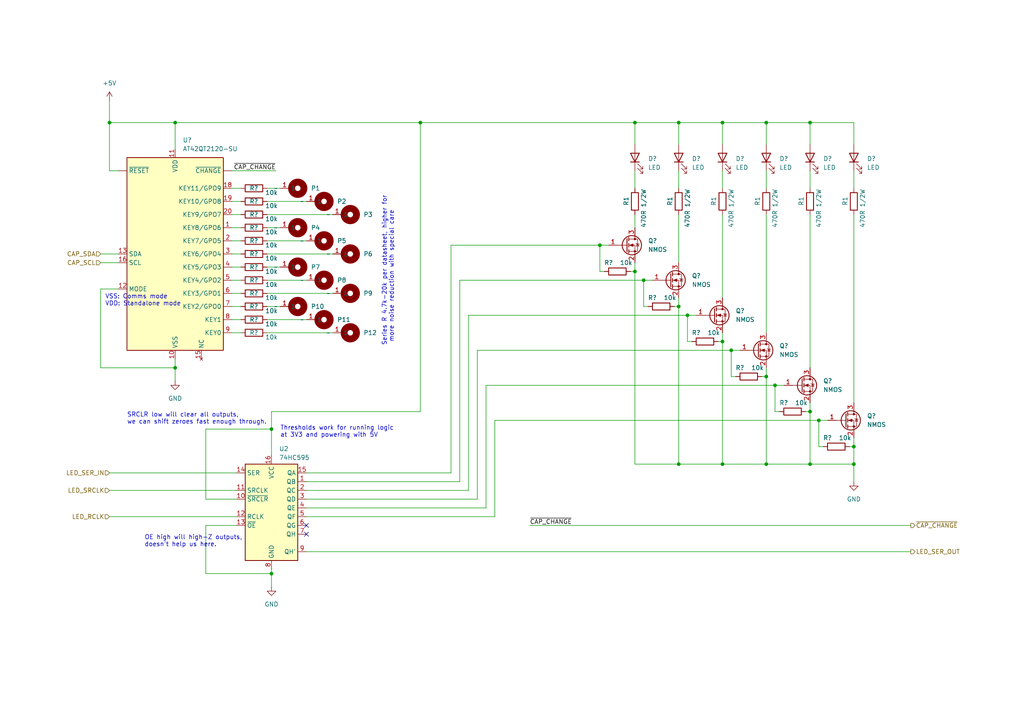
<source format=kicad_sch>
(kicad_sch (version 20230121) (generator eeschema)
  (paper "A4")
  (lib_symbols
    (symbol "74xx:74HC595"
      (property "Reference" "U" (at -7.62 13.97 0))
      (property "Value" "74HC595" (at -7.62 -16.51 0))
      (symbol "74HC595_1_0"
        (pin tri_state line (at 10.16 7.62 180) (length 2.54) (name "QB") (number "1"))
        (pin input line (at -10.16 2.54 0) (length 2.54) (name "~{SRCLR}") (number "10"))
        (pin input line (at -10.16 5.08 0) (length 2.54) (name "SRCLK") (number "11"))
        (pin input line (at -10.16 -2.54 0) (length 2.54) (name "RCLK") (number "12"))
        (pin input line (at -10.16 -5.08 0) (length 2.54) (name "~{OE}") (number "13"))
        (pin input line (at -10.16 10.16 0) (length 2.54) (name "SER") (number "14"))
        (pin tri_state line (at 10.16 10.16 180) (length 2.54) (name "QA") (number "15"))
        (pin power_in line (at 0 15.24 270) (length 2.54) (name "VCC") (number "16"))
        (pin tri_state line (at 10.16 5.08 180) (length 2.54) (name "QC") (number "2"))
        (pin tri_state line (at 10.16 2.54 180) (length 2.54) (name "QD") (number "3"))
        (pin tri_state line (at 10.16 0 180) (length 2.54) (name "QE") (number "4"))
        (pin tri_state line (at 10.16 -2.54 180) (length 2.54) (name "QF") (number "5"))
        (pin tri_state line (at 10.16 -5.08 180) (length 2.54) (name "QG") (number "6"))
        (pin tri_state line (at 10.16 -7.62 180) (length 2.54) (name "QH") (number "7"))
        (pin power_in line (at 0 -17.78 90) (length 2.54) (name "GND") (number "8"))
        (pin output line (at 10.16 -12.7 180) (length 2.54) (name "QH'") (number "9"))
      )
      (symbol "74HC595_1_1"
        (rectangle (start -7.62 12.7) (end 7.62 -15.24) (stroke (width 0.254)) (fill (type background)))
      )
    )
    (symbol "Device:LED" (pin_numbers hide) (pin_names (offset 1.016) hide)
      (property "Reference" "D" (at 0 2.54 0))
      (property "Value" "LED" (at 0 -2.54 0))
      (symbol "LED_0_1"
        (polyline (pts (xy -1.27 -1.27) (xy -1.27 1.27)) (stroke (width 0.254)))
        (polyline (pts (xy -1.27 0) (xy 1.27 0)))
        (polyline (pts (xy 1.27 -1.27) (xy 1.27 1.27) (xy -1.27 0) (xy 1.27 -1.27)) (stroke (width 0.254)))
        (polyline (pts (xy -3.048 -0.762) (xy -4.572 -2.286) (xy -3.81 -2.286) (xy -4.572 -2.286) (xy -4.572 -1.524)))
        (polyline (pts (xy -1.778 -0.762) (xy -3.302 -2.286) (xy -2.54 -2.286) (xy -3.302 -2.286) (xy -3.302 -1.524)))
      )
      (symbol "LED_1_1"
        (pin passive line (at -3.81 0 0) (length 2.54) (name "K") (number "1"))
        (pin passive line (at 3.81 0 180) (length 2.54) (name "A") (number "2"))
      )
    )
    (symbol "Device:Q_NMOS_GSD" (pin_names (offset 0) hide)
      (property "Reference" "Q" (at 5.08 1.27 0))
      (property "Value" "Q_NMOS_GSD" (at 5.08 -1.27 0))
      (symbol "Q_NMOS_GSD_0_1"
        (polyline (pts (xy 0.254 0) (xy -2.54 0)))
        (polyline (pts (xy 0.254 1.905) (xy 0.254 -1.905)) (stroke (width 0.254)))
        (polyline (pts (xy 0.762 -1.27) (xy 0.762 -2.286)) (stroke (width 0.254)))
        (polyline (pts (xy 0.762 0.508) (xy 0.762 -0.508)) (stroke (width 0.254)))
        (polyline (pts (xy 0.762 2.286) (xy 0.762 1.27)) (stroke (width 0.254)))
        (polyline (pts (xy 2.54 2.54) (xy 2.54 1.778)))
        (polyline (pts (xy 2.54 -2.54) (xy 2.54 0) (xy 0.762 0)))
        (polyline (pts (xy 0.762 -1.778) (xy 3.302 -1.778) (xy 3.302 1.778) (xy 0.762 1.778)))
        (polyline (pts (xy 1.016 0) (xy 2.032 0.381) (xy 2.032 -0.381) (xy 1.016 0)) (fill (type outline)))
        (polyline (pts (xy 2.794 0.508) (xy 2.921 0.381) (xy 3.683 0.381) (xy 3.81 0.254)))
        (polyline (pts (xy 3.302 0.381) (xy 2.921 -0.254) (xy 3.683 -0.254) (xy 3.302 0.381)))
        (circle (center 1.651 0) (radius 2.794) (stroke (width 0.254)))
        (circle (center 2.54 -1.778) (radius 0.254) (fill (type outline)))
        (circle (center 2.54 1.778) (radius 0.254) (fill (type outline)))
      )
      (symbol "Q_NMOS_GSD_1_1"
        (pin input line (at -5.08 0 0) (length 2.54) (name "G") (number "1"))
        (pin passive line (at 2.54 -5.08 90) (length 2.54) (name "S") (number "2"))
        (pin passive line (at 2.54 5.08 270) (length 2.54) (name "D") (number "3"))
      )
    )
    (symbol "Device:R" (pin_numbers hide) (pin_names (offset 0))
      (property "Reference" "R" (at 2.032 0 90))
      (property "Value" "R" (at 0 0 90))
      (symbol "R_0_1"
        (rectangle (start -1.016 -2.54) (end 1.016 2.54) (stroke (width 0.254)))
      )
      (symbol "R_1_1"
        (pin passive line (at 0 3.81 270) (length 1.27) (name "~") (number "1"))
        (pin passive line (at 0 -3.81 90) (length 1.27) (name "~") (number "2"))
      )
    )
    (symbol "Sensor_Touch:AT42QT2120-SU"
      (property "Reference" "U" (at 10.16 38.1 0))
      (property "Value" "AT42QT2120-SU" (at 15.24 -16.51 0))
      (symbol "AT42QT2120-SU_1_1"
        (rectangle (start 13.97 40.64) (end 41.91 -15.24) (stroke (width 0.254)) (fill (type background)))
        (pin output line (at 44.45 36.83 180) (length 2.54) (name "~{CHANGE}") (number ""))
        (pin input line (at 11.43 36.83 0) (length 2.54) (name "~{RESET}") (number ""))
        (pin bidirectional line (at 44.45 20.32 180) (length 2.54) (name "KEY8/GPO6") (number "1"))
        (pin power_in line (at 27.94 -17.78 90) (length 2.54) (name "VSS") (number "10"))
        (pin power_in line (at 27.94 43.18 270) (length 2.54) (name "VDD") (number "11"))
        (pin input line (at 11.43 2.54 0) (length 2.54) (name "MODE") (number "12"))
        (pin bidirectional line (at 11.43 12.7 0) (length 2.54) (name "SDA") (number "13"))
        (pin no_connect line (at 35.56 -17.78 90) (length 2.54) (name "NC") (number "15"))
        (pin bidirectional line (at 11.43 10.16 0) (length 2.54) (name "SCL") (number "16"))
        (pin bidirectional line (at 44.45 31.75 180) (length 2.54) (name "KEY11/GPO9") (number "18"))
        (pin bidirectional line (at 44.45 27.94 180) (length 2.54) (name "KEY10/GPO8") (number "19"))
        (pin bidirectional line (at 44.45 16.51 180) (length 2.54) (name "KEY7/GPO5") (number "2"))
        (pin bidirectional line (at 44.45 24.13 180) (length 2.54) (name "KEY9/GPO7") (number "20"))
        (pin bidirectional line (at 44.45 12.7 180) (length 2.54) (name "KEY6/GPO4") (number "3"))
        (pin bidirectional line (at 44.45 8.89 180) (length 2.54) (name "KEY5/GPO3") (number "4"))
        (pin bidirectional line (at 44.45 5.08 180) (length 2.54) (name "KEY4/GPO2") (number "5"))
        (pin bidirectional line (at 44.45 1.27 180) (length 2.54) (name "KEY3/GPO1") (number "6"))
        (pin bidirectional line (at 44.45 -2.54 180) (length 2.54) (name "KEY2/GPO0") (number "7"))
        (pin bidirectional line (at 44.45 -6.35 180) (length 2.54) (name "KEY1") (number "8"))
        (pin bidirectional line (at 44.45 -10.16 180) (length 2.54) (name "KEY0") (number "9"))
      )
    )
    (symbol "Sensor_Touch:Single_LED_Touch_Key"
      (property "Reference" "P" (at 2.54 3.81 0))
      (symbol "Single_LED_Touch_Key_1_1"
        (circle (center 0 0) (radius 1.7961) (stroke (width 2)))
        (pin bidirectional line (at -5.08 0 0) (length 2.54) (name "1") (number "1"))
      )
    )
    (symbol "power:+5V" (power) (pin_names (offset 0))
      (property "Value" "+5V" (at 0 3.556 0))
      (symbol "+5V_0_1"
        (polyline (pts (xy -0.762 1.27) (xy 0 2.54)))
        (polyline (pts (xy 0 0) (xy 0 2.54)))
        (polyline (pts (xy 0 2.54) (xy 0.762 1.27)))
      )
      (symbol "+5V_1_1"
        (pin power_in line (at 0 0 90) (length 0) hide (name "+5V") (number "1"))
      )
    )
    (symbol "power:GND" (power) (pin_names (offset 0))
      (property "Value" "GND" (at 0 -3.81 0))
      (symbol "GND_0_1"
        (polyline (pts (xy 0 0) (xy 0 -1.27) (xy 1.27 -1.27) (xy 0 -2.54) (xy -1.27 -1.27) (xy 0 -1.27)))
      )
      (symbol "GND_1_1"
        (pin power_in line (at 0 0 270) (length 0) hide (name "GND") (number "1"))
      )
    )
  )
  (junction (at 78.74 166.37))
  (junction (at 78.74 124.46))
  (junction (at 209.55 134.62))
  (junction (at 199.39 91.44))
  (junction (at 121.92 35.56))
  (junction (at 186.69 81.28))
  (junction (at 184.15 35.56))
  (junction (at 209.55 99.06))
  (junction (at 31.75 35.56))
  (junction (at 184.15 78.74))
  (junction (at 224.79 111.76))
  (junction (at 247.65 129.54))
  (junction (at 50.8 106.68))
  (junction (at 237.49 121.92))
  (junction (at 247.65 134.62))
  (junction (at 196.85 35.56))
  (junction (at 234.95 35.56))
  (junction (at 212.09 101.6))
  (junction (at 209.55 35.56))
  (junction (at 222.25 35.56))
  (junction (at 50.8 35.56))
  (junction (at 196.85 134.62))
  (junction (at 173.99 71.12))
  (junction (at 222.25 134.62))
  (junction (at 234.95 134.62))
  (junction (at 222.25 109.22))
  (junction (at 234.95 119.38))
  (junction (at 196.85 88.9))
  (no_connect (at 88.9 154.94))
  (no_connect (at 88.9 152.4))
  (wire (pts (xy 59.69 124.46) (xy 78.74 124.46)))
  (wire (pts (xy 222.25 35.56) (xy 222.25 41.91)))
  (wire (pts (xy 67.31 96.52) (xy 69.85 96.52)))
  (wire (pts (xy 226.06 119.38) (xy 224.79 119.38)))
  (wire (pts (xy 140.97 147.32) (xy 140.97 111.76)))
  (wire (pts (xy 182.88 78.74) (xy 184.15 78.74)))
  (wire (pts (xy 173.99 71.12) (xy 176.53 71.12)))
  (wire (pts (xy 77.47 62.23) (xy 96.52 62.23)))
  (wire (pts (xy 135.89 91.44) (xy 199.39 91.44)))
  (wire (pts (xy 184.15 134.62) (xy 196.85 134.62)))
  (wire (pts (xy 195.58 88.9) (xy 196.85 88.9)))
  (wire (pts (xy 50.8 104.14) (xy 50.8 106.68)))
  (wire (pts (xy 234.95 116.84) (xy 234.95 119.38)))
  (wire (pts (xy 209.55 35.56) (xy 222.25 35.56)))
  (wire (pts (xy 88.9 160.02) (xy 264.16 160.02)))
  (wire (pts (xy 31.75 49.53) (xy 31.75 35.56)))
  (wire (pts (xy 133.35 139.7) (xy 88.9 139.7)))
  (wire (pts (xy 222.25 62.23) (xy 222.25 96.52)))
  (wire (pts (xy 138.43 101.6) (xy 138.43 144.78)))
  (wire (pts (xy 199.39 99.06) (xy 199.39 91.44)))
  (wire (pts (xy 50.8 106.68) (xy 50.8 110.49)))
  (wire (pts (xy 133.35 81.28) (xy 186.69 81.28)))
  (wire (pts (xy 31.75 137.16) (xy 68.58 137.16)))
  (wire (pts (xy 153.67 152.4) (xy 264.16 152.4)))
  (wire (pts (xy 209.55 99.06) (xy 209.55 134.62)))
  (wire (pts (xy 246.38 129.54) (xy 247.65 129.54)))
  (wire (pts (xy 77.47 85.09) (xy 96.52 85.09)))
  (wire (pts (xy 77.47 88.9) (xy 81.28 88.9)))
  (wire (pts (xy 88.9 147.32) (xy 140.97 147.32)))
  (wire (pts (xy 175.26 78.74) (xy 173.99 78.74)))
  (wire (pts (xy 209.55 35.56) (xy 209.55 41.91)))
  (wire (pts (xy 247.65 127) (xy 247.65 129.54)))
  (wire (pts (xy 196.85 35.56) (xy 196.85 41.91)))
  (wire (pts (xy 222.25 106.68) (xy 222.25 109.22)))
  (wire (pts (xy 88.9 142.24) (xy 135.89 142.24)))
  (wire (pts (xy 199.39 91.44) (xy 201.93 91.44)))
  (wire (pts (xy 209.55 134.62) (xy 222.25 134.62)))
  (wire (pts (xy 222.25 109.22) (xy 222.25 134.62)))
  (wire (pts (xy 67.31 92.71) (xy 69.85 92.71)))
  (wire (pts (xy 67.31 66.04) (xy 69.85 66.04)))
  (wire (pts (xy 138.43 101.6) (xy 212.09 101.6)))
  (wire (pts (xy 31.75 149.86) (xy 68.58 149.86)))
  (wire (pts (xy 184.15 62.23) (xy 184.15 66.04)))
  (wire (pts (xy 121.92 35.56) (xy 184.15 35.56)))
  (wire (pts (xy 138.43 144.78) (xy 88.9 144.78)))
  (wire (pts (xy 77.47 92.71) (xy 88.9 92.71)))
  (wire (pts (xy 50.8 43.18) (xy 50.8 35.56)))
  (wire (pts (xy 222.25 134.62) (xy 234.95 134.62)))
  (wire (pts (xy 233.68 119.38) (xy 234.95 119.38)))
  (wire (pts (xy 67.31 81.28) (xy 69.85 81.28)))
  (wire (pts (xy 209.55 62.23) (xy 209.55 86.36)))
  (wire (pts (xy 237.49 129.54) (xy 237.49 121.92)))
  (wire (pts (xy 59.69 144.78) (xy 59.69 124.46)))
  (wire (pts (xy 78.74 165.1) (xy 78.74 166.37)))
  (wire (pts (xy 173.99 78.74) (xy 173.99 71.12)))
  (wire (pts (xy 234.95 35.56) (xy 247.65 35.56)))
  (wire (pts (xy 196.85 86.36) (xy 196.85 88.9)))
  (wire (pts (xy 222.25 35.56) (xy 234.95 35.56)))
  (wire (pts (xy 212.09 109.22) (xy 212.09 101.6)))
  (wire (pts (xy 67.31 62.23) (xy 69.85 62.23)))
  (wire (pts (xy 184.15 35.56) (xy 184.15 41.91)))
  (wire (pts (xy 234.95 134.62) (xy 247.65 134.62)))
  (wire (pts (xy 78.74 124.46) (xy 78.74 132.08)))
  (wire (pts (xy 121.92 35.56) (xy 121.92 119.38)))
  (wire (pts (xy 184.15 35.56) (xy 196.85 35.56)))
  (wire (pts (xy 247.65 139.7) (xy 247.65 134.62)))
  (wire (pts (xy 184.15 49.53) (xy 184.15 54.61)))
  (wire (pts (xy 78.74 119.38) (xy 78.74 124.46)))
  (wire (pts (xy 196.85 134.62) (xy 209.55 134.62)))
  (wire (pts (xy 77.47 96.52) (xy 96.52 96.52)))
  (wire (pts (xy 209.55 49.53) (xy 209.55 54.61)))
  (wire (pts (xy 143.51 149.86) (xy 88.9 149.86)))
  (wire (pts (xy 77.47 66.04) (xy 81.28 66.04)))
  (wire (pts (xy 196.85 62.23) (xy 196.85 76.2)))
  (wire (pts (xy 200.66 99.06) (xy 199.39 99.06)))
  (wire (pts (xy 220.98 109.22) (xy 222.25 109.22)))
  (wire (pts (xy 29.21 83.82) (xy 29.21 106.68)))
  (wire (pts (xy 34.29 49.53) (xy 31.75 49.53)))
  (wire (pts (xy 247.65 49.53) (xy 247.65 54.61)))
  (wire (pts (xy 143.51 121.92) (xy 143.51 149.86)))
  (wire (pts (xy 186.69 88.9) (xy 186.69 81.28)))
  (wire (pts (xy 238.76 129.54) (xy 237.49 129.54)))
  (wire (pts (xy 67.31 54.61) (xy 69.85 54.61)))
  (wire (pts (xy 50.8 35.56) (xy 121.92 35.56)))
  (wire (pts (xy 77.47 77.47) (xy 81.28 77.47)))
  (wire (pts (xy 67.31 69.85) (xy 69.85 69.85)))
  (wire (pts (xy 67.31 85.09) (xy 69.85 85.09)))
  (wire (pts (xy 234.95 35.56) (xy 234.95 41.91)))
  (wire (pts (xy 186.69 81.28) (xy 189.23 81.28)))
  (wire (pts (xy 77.47 69.85) (xy 88.9 69.85)))
  (wire (pts (xy 67.31 73.66) (xy 69.85 73.66)))
  (wire (pts (xy 184.15 76.2) (xy 184.15 78.74)))
  (wire (pts (xy 196.85 88.9) (xy 196.85 134.62)))
  (wire (pts (xy 31.75 35.56) (xy 50.8 35.56)))
  (wire (pts (xy 31.75 29.21) (xy 31.75 35.56)))
  (wire (pts (xy 140.97 111.76) (xy 224.79 111.76)))
  (wire (pts (xy 212.09 101.6) (xy 214.63 101.6)))
  (wire (pts (xy 77.47 54.61) (xy 81.28 54.61)))
  (wire (pts (xy 209.55 96.52) (xy 209.55 99.06)))
  (wire (pts (xy 31.75 142.24) (xy 68.58 142.24)))
  (wire (pts (xy 187.96 88.9) (xy 186.69 88.9)))
  (wire (pts (xy 224.79 111.76) (xy 227.33 111.76)))
  (wire (pts (xy 77.47 81.28) (xy 88.9 81.28)))
  (wire (pts (xy 67.31 88.9) (xy 69.85 88.9)))
  (wire (pts (xy 68.58 152.4) (xy 59.69 152.4)))
  (wire (pts (xy 59.69 166.37) (xy 78.74 166.37)))
  (wire (pts (xy 34.29 83.82) (xy 29.21 83.82)))
  (wire (pts (xy 88.9 137.16) (xy 130.81 137.16)))
  (wire (pts (xy 224.79 119.38) (xy 224.79 111.76)))
  (wire (pts (xy 130.81 71.12) (xy 173.99 71.12)))
  (wire (pts (xy 234.95 119.38) (xy 234.95 134.62)))
  (wire (pts (xy 68.58 144.78) (xy 59.69 144.78)))
  (wire (pts (xy 29.21 76.2) (xy 34.29 76.2)))
  (wire (pts (xy 196.85 49.53) (xy 196.85 54.61)))
  (wire (pts (xy 234.95 62.23) (xy 234.95 106.68)))
  (wire (pts (xy 77.47 73.66) (xy 96.52 73.66)))
  (wire (pts (xy 247.65 129.54) (xy 247.65 134.62)))
  (wire (pts (xy 222.25 49.53) (xy 222.25 54.61)))
  (wire (pts (xy 130.81 137.16) (xy 130.81 71.12)))
  (wire (pts (xy 234.95 49.53) (xy 234.95 54.61)))
  (wire (pts (xy 184.15 78.74) (xy 184.15 134.62)))
  (wire (pts (xy 67.31 49.53) (xy 80.01 49.53)))
  (wire (pts (xy 135.89 142.24) (xy 135.89 91.44)))
  (wire (pts (xy 208.28 99.06) (xy 209.55 99.06)))
  (wire (pts (xy 67.31 58.42) (xy 69.85 58.42)))
  (wire (pts (xy 247.65 62.23) (xy 247.65 116.84)))
  (wire (pts (xy 121.92 119.38) (xy 78.74 119.38)))
  (wire (pts (xy 67.31 77.47) (xy 69.85 77.47)))
  (wire (pts (xy 196.85 35.56) (xy 209.55 35.56)))
  (wire (pts (xy 143.51 121.92) (xy 237.49 121.92)))
  (wire (pts (xy 59.69 152.4) (xy 59.69 166.37)))
  (wire (pts (xy 133.35 81.28) (xy 133.35 139.7)))
  (wire (pts (xy 29.21 106.68) (xy 50.8 106.68)))
  (wire (pts (xy 29.21 73.66) (xy 34.29 73.66)))
  (wire (pts (xy 213.36 109.22) (xy 212.09 109.22)))
  (wire (pts (xy 78.74 166.37) (xy 78.74 170.18)))
  (wire (pts (xy 77.47 58.42) (xy 88.9 58.42)))
  (wire (pts (xy 247.65 35.56) (xy 247.65 41.91)))
  (wire (pts (xy 237.49 121.92) (xy 240.03 121.92)))
  (text "Series R 4.7k-20k per datasheet, higher for\n more noise reduction with special care" (at 114.3 100.33 90) (effects (font (size 1.27 1.27)) (justify left bottom)))
  (text "SRCLR low will clear all outputs,\nwe can shift zeroes fast enough through." (at 36.83 123.19 0) (effects (font (size 1.27 1.27)) (justify left bottom)))
  (text "Thresholds work for running logic\nat 3V3 and powering with 5V" (at 81.28 127 0) (effects (font (size 1.27 1.27)) (justify left bottom)))
  (text "VSS: Comms mode\nVDD: Standalone mode" (at 30.48 88.9 0) (effects (font (size 1.27 1.27)) (justify left bottom)))
  (text "OE high will high-Z outputs,\ndoesn't help us here." (at 41.91 158.75 0) (effects (font (size 1.27 1.27)) (justify left bottom)))
  (label "~{CAP_CHANGE}" (at 80.01 49.53 180))
  (label "~{CAP_CHANGE}" (at 153.67 152.4 0))
  (hierarchical_label "CAP_SDA" (shape input) (at 29.21 73.66 180))
  (hierarchical_label "LED_SER_OUT" (shape output) (at 264.16 160.02 0))
  (hierarchical_label "LED_RCLK" (shape input) (at 31.75 149.86 180))
  (hierarchical_label "CAP_SCL" (shape input) (at 29.21 76.2 180))
  (hierarchical_label "~{CAP_CHANGE}" (shape output) (at 264.16 152.4 0))
  (hierarchical_label "LED_SRCLK" (shape input) (at 31.75 142.24 180))
  (hierarchical_label "LED_SER_IN" (shape input) (at 31.75 137.16 180))
  (symbol (lib_id "Device:R") (at 229.87 119.38 90) (unit 1)
    (property "Reference" "R?" (at 227.33 116.84 90))
    (property "Value" "10k" (at 232.41 116.84 90))
    (property "Footprint" "Resistor_SMD:R_0603_1608Metric" (effects hide))
    (instances (project "button-board" (path "" (reference "R?") (unit 1)) (path "" (reference "R49") (unit 1)) (path "" (reference "R58") (unit 1)) (path "" (reference "R30") (unit 1))))
  )
  (symbol (lib_id "Device:R") (at 196.85 58.42 0) (unit 1)
    (property "Reference" "R1" (at 194.31 59.69 90) (effects (justify left)))
    (property "Value" "470R 1/2W" (at 199.39 66.04 90) (effects (justify left)))
    (property "Footprint" "Resistor_SMD:R_1206_3216Metric" (effects hide))
    (property "MPN" "ERJ-P08J471V" (effects hide))
    (property "Link" "https://www.digikey.de/en/products/detail/panasonic-electronic-components/ERJ-P08J471V/525396" (effects hide))
    (instances (project "button-board" (path "" (reference "R1") (unit 1)) (path "" (reference "R8") (unit 1)) (path "" (reference "R36") (unit 1)) (path "" (reference "R3") (unit 1))))
  )
  (symbol (lib_id "Device:Q_NMOS_GSD") (at 232.41 111.76 0) (unit 1)
    (property "Reference" "Q?" (at 238.76 110.49 0) (effects (justify left)))
    (property "Value" "NMOS" (at 238.76 113.03 0) (effects (justify left)))
    (property "Footprint" "Package_TO_SOT_SMD:TSOT-23" (effects hide))
    (property "Link" "https://www.digikey.de/en/products/detail/anbon-semiconductor-int-l-limited/AS2302/16708469" (effects hide))
    (property "MPN" "AS2302" (effects hide))
    (instances (project "button-board" (path "" (reference "Q?") (unit 1)) (path "" (reference "Q5") (unit 1)) (path "" (reference "Q17") (unit 1)) (path "" (reference "Q11") (unit 1))))
  )
  (symbol (lib_id "Sensor_Touch:Single_LED_Touch_Key") (at 101.6 85.09 0) (unit 1)
    (property "Reference" "P9" (at 105.41 85.09 0) (effects (justify left)))
    (property "Value" "~" (at 95.25 85.09 0))
    (property "Footprint" "Button_Switch_SMD:Cap_Touch_Ring_Medium" (effects hide))
    (instances (project "button-board" (path "" (reference "P9") (unit 1)) (path "" (reference "P33") (unit 1)) (path "" (reference "P21") (unit 1))))
  )
  (symbol (lib_id "Device:R") (at 242.57 129.54 90) (unit 1)
    (property "Reference" "R?" (at 240.03 127 90))
    (property "Value" "10k" (at 245.11 127 90))
    (property "Footprint" "Resistor_SMD:R_0603_1608Metric" (effects hide))
    (instances (project "button-board" (path "" (reference "R?") (unit 1)) (path "" (reference "R64") (unit 1)) (path "" (reference "R59") (unit 1)) (path "" (reference "R31") (unit 1))))
  )
  (symbol (lib_id "Device:R") (at 204.47 99.06 90) (unit 1)
    (property "Reference" "R?" (at 201.93 96.52 90))
    (property "Value" "10k" (at 207.01 96.52 90))
    (property "Footprint" "Resistor_SMD:R_0603_1608Metric" (effects hide))
    (instances (project "button-board" (path "" (reference "R?") (unit 1)) (path "" (reference "R19") (unit 1)) (path "" (reference "R56") (unit 1)) (path "" (reference "R28") (unit 1))))
  )
  (symbol (lib_id "Device:LED") (at 222.25 45.72 90) (unit 1)
    (property "Reference" "D?" (at 226.06 46.0375 90) (effects (justify right)))
    (property "Value" "LED" (at 226.06 48.5775 90) (effects (justify right)))
    (property "Footprint" "LED_SMD:LED_SunLED_XZ_Reverse_Mount" (effects hide))
    (instances (project "button-board" (path "" (reference "D?") (unit 1)) (path "" (reference "D4") (unit 1)) (path "" (reference "D16") (unit 1)) (path "" (reference "D10") (unit 1))))
  )
  (symbol (lib_id "Device:R") (at 73.66 73.66 90) (unit 1)
    (property "Reference" "R?" (at 73.66 73.66 90))
    (property "Value" "10k" (at 78.74 74.93 90))
    (property "Footprint" "Resistor_SMD:R_0603_1608Metric" (effects hide))
    (instances (project "button-board" (path "" (reference "R?") (unit 1)) (path "" (reference "R109") (unit 1)) (path "" (reference "R45") (unit 1)) (path "" (reference "R17") (unit 1))))
  )
  (symbol (lib_id "74xx:74HC595") (at 78.74 147.32 0) (unit 1)
    (property "Reference" "U2" (at 80.9341 130.175 0) (effects (justify left)))
    (property "Value" "74HC595" (at 80.9341 132.715 0) (effects (justify left)))
    (property "Footprint" "Package_SO:TSSOP-16_4.4x5mm_P0.65mm" (effects hide))
    (property "Datasheet" "http://www.ti.com/lit/ds/symlink/sn74hc595.pdf" (effects hide))
    (property "Link" "https://www.digikey.de/en/products/detail/nexperia-usa-inc/74HC595PW-118/946653" (effects hide))
    (property "MPN" "74HC595PW,118" (effects hide))
    (instances (project "button-board" (path "" (reference "U2") (unit 1)) (path "" (reference "U?") (unit 1)) (path "" (reference "U8") (unit 1)) (path "" (reference "U6") (unit 1)) (path "" (reference "U4") (unit 1))))
  )
  (symbol (lib_id "Device:R") (at 73.66 66.04 90) (unit 1)
    (property "Reference" "R?" (at 73.66 66.04 90))
    (property "Value" "10k" (at 78.74 67.31 90))
    (property "Footprint" "Resistor_SMD:R_0603_1608Metric" (effects hide))
    (instances (project "button-board" (path "" (reference "R?") (unit 1)) (path "" (reference "R107") (unit 1)) (path "" (reference "R43") (unit 1)) (path "" (reference "R15") (unit 1))))
  )
  (symbol (lib_id "Sensor_Touch:Single_LED_Touch_Key") (at 86.36 77.47 0) (unit 1)
    (property "Reference" "P7" (at 90.17 77.47 0) (effects (justify left)))
    (property "Value" "~" (at 80.01 77.47 0))
    (property "Footprint" "Button_Switch_SMD:Cap_Touch_Ring_Medium" (effects hide))
    (instances (project "button-board" (path "" (reference "P7") (unit 1)) (path "" (reference "P31") (unit 1)) (path "" (reference "P19") (unit 1))))
  )
  (symbol (lib_id "Device:R") (at 184.15 58.42 0) (unit 1)
    (property "Reference" "R1" (at 181.61 59.69 90) (effects (justify left)))
    (property "Value" "470R 1/2W" (at 186.69 66.04 90) (effects (justify left)))
    (property "Footprint" "Resistor_SMD:R_1206_3216Metric" (effects hide))
    (property "MPN" "ERJ-P08J471V" (effects hide))
    (property "Link" "https://www.digikey.de/en/products/detail/panasonic-electronic-components/ERJ-P08J471V/525396" (effects hide))
    (instances (project "button-board" (path "" (reference "R1") (unit 1)) (path "" (reference "R7") (unit 1)) (path "" (reference "R36") (unit 1)) (path "" (reference "R3") (unit 1))))
  )
  (symbol (lib_id "Device:R") (at 73.66 54.61 90) (unit 1)
    (property "Reference" "R?" (at 73.66 54.61 90))
    (property "Value" "10k" (at 78.74 55.88 90))
    (property "Footprint" "Resistor_SMD:R_0603_1608Metric" (effects hide))
    (instances (project "button-board" (path "" (reference "R?") (unit 1)) (path "" (reference "R73") (unit 1)) (path "" (reference "R32") (unit 1)) (path "" (reference "R5") (unit 1))))
  )
  (symbol (lib_id "Sensor_Touch:Single_LED_Touch_Key") (at 101.6 73.66 0) (unit 1)
    (property "Reference" "P6" (at 105.41 73.66 0) (effects (justify left)))
    (property "Value" "~" (at 95.25 73.66 0))
    (property "Footprint" "Button_Switch_SMD:Cap_Touch_Ring_Medium" (effects hide))
    (instances (project "button-board" (path "" (reference "P6") (unit 1)) (path "" (reference "P30") (unit 1)) (path "" (reference "P18") (unit 1))))
  )
  (symbol (lib_id "power:+5V") (at 31.75 29.21 0) (unit 1)
    (property "Reference" "#PWR?" (effects hide))
    (property "Value" "+5V" (at 31.75 24.13 0))
    (instances (project "button-board" (path "" (reference "#PWR?") (unit 1)) (path "" (reference "#PWR03") (unit 1)) (path "" (reference "#PWR010") (unit 1)) (path "" (reference "#PWR06") (unit 1))))
  )
  (symbol (lib_id "Device:R") (at 73.66 69.85 90) (unit 1)
    (property "Reference" "R?" (at 73.66 69.85 90))
    (property "Value" "10k" (at 78.74 71.12 90))
    (property "Footprint" "Resistor_SMD:R_0603_1608Metric" (effects hide))
    (instances (project "button-board" (path "" (reference "R?") (unit 1)) (path "" (reference "R108") (unit 1)) (path "" (reference "R44") (unit 1)) (path "" (reference "R16") (unit 1))))
  )
  (symbol (lib_id "Device:R") (at 73.66 85.09 90) (unit 1)
    (property "Reference" "R?" (at 73.66 85.09 90))
    (property "Value" "10k" (at 78.74 86.36 90))
    (property "Footprint" "Resistor_SMD:R_0603_1608Metric" (effects hide))
    (instances (project "button-board" (path "" (reference "R?") (unit 1)) (path "" (reference "R133") (unit 1)) (path "" (reference "R51") (unit 1)) (path "" (reference "R23") (unit 1))))
  )
  (symbol (lib_id "Sensor_Touch:Single_LED_Touch_Key") (at 93.98 58.42 0) (unit 1)
    (property "Reference" "P2" (at 97.79 58.42 0) (effects (justify left)))
    (property "Value" "~" (at 87.63 58.42 0))
    (property "Footprint" "Button_Switch_SMD:Cap_Touch_Ring_Medium" (effects hide))
    (instances (project "button-board" (path "" (reference "P2") (unit 1)) (path "" (reference "P26") (unit 1)) (path "" (reference "P14") (unit 1))))
  )
  (symbol (lib_id "Sensor_Touch:Single_LED_Touch_Key") (at 86.36 66.04 0) (unit 1)
    (property "Reference" "P4" (at 90.17 66.04 0) (effects (justify left)))
    (property "Value" "~" (at 80.01 66.04 0))
    (property "Footprint" "Button_Switch_SMD:Cap_Touch_Ring_Medium" (effects hide))
    (instances (project "button-board" (path "" (reference "P4") (unit 1)) (path "" (reference "P28") (unit 1)) (path "" (reference "P16") (unit 1))))
  )
  (symbol (lib_id "Sensor_Touch:Single_LED_Touch_Key") (at 86.36 54.61 0) (unit 1)
    (property "Reference" "P1" (at 90.17 54.61 0) (effects (justify left)))
    (property "Value" "~" (at 80.01 54.61 0))
    (property "Footprint" "Button_Switch_SMD:Cap_Touch_Ring_Medium" (effects hide))
    (instances (project "button-board" (path "" (reference "P1") (unit 1)) (path "" (reference "P25") (unit 1)) (path "" (reference "P13") (unit 1))))
  )
  (symbol (lib_id "Device:R") (at 179.07 78.74 90) (unit 1)
    (property "Reference" "R?" (at 176.53 76.2 90))
    (property "Value" "10k" (at 181.61 76.2 90))
    (property "Footprint" "Resistor_SMD:R_0603_1608Metric" (effects hide))
    (instances (project "button-board" (path "" (reference "R?") (unit 1)) (path "" (reference "R1") (unit 1)) (path "" (reference "R47") (unit 1)) (path "" (reference "R21") (unit 1))))
  )
  (symbol (lib_id "Device:R") (at 73.66 81.28 90) (unit 1)
    (property "Reference" "R?" (at 73.66 81.28 90))
    (property "Value" "10k" (at 78.74 82.55 90))
    (property "Footprint" "Resistor_SMD:R_0603_1608Metric" (effects hide))
    (instances (project "button-board" (path "" (reference "R?") (unit 1)) (path "" (reference "R132") (unit 1)) (path "" (reference "R48") (unit 1)) (path "" (reference "R22") (unit 1))))
  )
  (symbol (lib_id "Device:Q_NMOS_GSD") (at 245.11 121.92 0) (unit 1)
    (property "Reference" "Q?" (at 251.46 120.65 0) (effects (justify left)))
    (property "Value" "NMOS" (at 251.46 123.19 0) (effects (justify left)))
    (property "Footprint" "Package_TO_SOT_SMD:TSOT-23" (effects hide))
    (property "Link" "https://www.digikey.de/en/products/detail/anbon-semiconductor-int-l-limited/AS2302/16708469" (effects hide))
    (property "MPN" "AS2302" (effects hide))
    (instances (project "button-board" (path "" (reference "Q?") (unit 1)) (path "" (reference "Q6") (unit 1)) (path "" (reference "Q18") (unit 1)) (path "" (reference "Q12") (unit 1))))
  )
  (symbol (lib_id "Device:R") (at 73.66 96.52 90) (unit 1)
    (property "Reference" "R?" (at 73.66 96.52 90))
    (property "Value" "10k" (at 78.74 97.79 90))
    (property "Footprint" "Resistor_SMD:R_0603_1608Metric" (effects hide))
    (instances (project "button-board" (path "" (reference "R?") (unit 1)) (path "" (reference "R151") (unit 1)) (path "" (reference "R55") (unit 1)) (path "" (reference "R27") (unit 1))))
  )
  (symbol (lib_id "Device:R") (at 209.55 58.42 0) (unit 1)
    (property "Reference" "R1" (at 207.01 59.69 90) (effects (justify left)))
    (property "Value" "470R 1/2W" (at 212.09 66.04 90) (effects (justify left)))
    (property "Footprint" "Resistor_SMD:R_1206_3216Metric" (effects hide))
    (property "MPN" "ERJ-P08J471V" (effects hide))
    (property "Link" "https://www.digikey.de/en/products/detail/panasonic-electronic-components/ERJ-P08J471V/525396" (effects hide))
    (instances (project "button-board" (path "" (reference "R1") (unit 1)) (path "" (reference "R9") (unit 1)) (path "" (reference "R36") (unit 1)) (path "" (reference "R3") (unit 1))))
  )
  (symbol (lib_id "power:GND") (at 78.74 170.18 0) (unit 1)
    (property "Reference" "#PWR021" (effects hide))
    (property "Value" "GND" (at 78.74 175.26 0))
    (instances (project "button-board" (path "" (reference "#PWR021") (unit 1)) (path "" (reference "#PWR013") (unit 1)) (path "" (reference "#PWR09") (unit 1))))
  )
  (symbol (lib_id "Device:Q_NMOS_GSD") (at 219.71 101.6 0) (unit 1)
    (property "Reference" "Q?" (at 226.06 100.33 0) (effects (justify left)))
    (property "Value" "NMOS" (at 226.06 102.87 0) (effects (justify left)))
    (property "Footprint" "Package_TO_SOT_SMD:TSOT-23" (effects hide))
    (property "Link" "https://www.digikey.de/en/products/detail/anbon-semiconductor-int-l-limited/AS2302/16708469" (effects hide))
    (property "MPN" "AS2302" (effects hide))
    (instances (project "button-board" (path "" (reference "Q?") (unit 1)) (path "" (reference "Q4") (unit 1)) (path "" (reference "Q16") (unit 1)) (path "" (reference "Q10") (unit 1))))
  )
  (symbol (lib_id "power:GND") (at 247.65 139.7 0) (unit 1)
    (property "Reference" "#PWR?" (effects hide))
    (property "Value" "GND" (at 247.65 144.78 0))
    (instances (project "button-board" (path "" (reference "#PWR?") (unit 1)) (path "" (reference "#PWR04") (unit 1)) (path "" (reference "#PWR012") (unit 1)) (path "" (reference "#PWR08") (unit 1))))
  )
  (symbol (lib_id "Sensor_Touch:Single_LED_Touch_Key") (at 101.6 96.52 0) (unit 1)
    (property "Reference" "P12" (at 105.41 96.52 0) (effects (justify left)))
    (property "Value" "~" (at 95.25 96.52 0))
    (property "Footprint" "Button_Switch_SMD:Cap_Touch_Ring_Medium" (effects hide))
    (instances (project "button-board" (path "" (reference "P12") (unit 1)) (path "" (reference "P36") (unit 1)) (path "" (reference "P24") (unit 1))))
  )
  (symbol (lib_id "Device:LED") (at 184.15 45.72 90) (unit 1)
    (property "Reference" "D?" (at 187.96 46.0375 90) (effects (justify right)))
    (property "Value" "LED" (at 187.96 48.5775 90) (effects (justify right)))
    (property "Footprint" "LED_SMD:LED_SunLED_XZ_Reverse_Mount" (effects hide))
    (instances (project "button-board" (path "" (reference "D?") (unit 1)) (path "" (reference "D1") (unit 1)) (path "" (reference "D13") (unit 1)) (path "" (reference "D7") (unit 1))))
  )
  (symbol (lib_id "Device:R") (at 73.66 77.47 90) (unit 1)
    (property "Reference" "R?" (at 73.66 77.47 90))
    (property "Value" "10k" (at 78.74 78.74 90))
    (property "Footprint" "Resistor_SMD:R_0603_1608Metric" (effects hide))
    (instances (project "button-board" (path "" (reference "R?") (unit 1)) (path "" (reference "R131") (unit 1)) (path "" (reference "R46") (unit 1)) (path "" (reference "R18") (unit 1))))
  )
  (symbol (lib_id "Device:Q_NMOS_GSD") (at 207.01 91.44 0) (unit 1)
    (property "Reference" "Q?" (at 213.36 90.17 0) (effects (justify left)))
    (property "Value" "NMOS" (at 213.36 92.71 0) (effects (justify left)))
    (property "Footprint" "Package_TO_SOT_SMD:TSOT-23" (effects hide))
    (property "Link" "https://www.digikey.de/en/products/detail/anbon-semiconductor-int-l-limited/AS2302/16708469" (effects hide))
    (property "MPN" "AS2302" (effects hide))
    (instances (project "button-board" (path "" (reference "Q?") (unit 1)) (path "" (reference "Q3") (unit 1)) (path "" (reference "Q15") (unit 1)) (path "" (reference "Q9") (unit 1))))
  )
  (symbol (lib_id "Sensor_Touch:Single_LED_Touch_Key") (at 86.36 88.9 0) (unit 1)
    (property "Reference" "P10" (at 90.17 88.9 0) (effects (justify left)))
    (property "Value" "~" (at 80.01 88.9 0))
    (property "Footprint" "Button_Switch_SMD:Cap_Touch_Ring_Medium" (effects hide))
    (instances (project "button-board" (path "" (reference "P10") (unit 1)) (path "" (reference "P34") (unit 1)) (path "" (reference "P22") (unit 1))))
  )
  (symbol (lib_id "Device:R") (at 217.17 109.22 90) (unit 1)
    (property "Reference" "R?" (at 214.63 106.68 90))
    (property "Value" "10k" (at 219.71 106.68 90))
    (property "Footprint" "Resistor_SMD:R_0603_1608Metric" (effects hide))
    (instances (project "button-board" (path "" (reference "R?") (unit 1)) (path "" (reference "R34") (unit 1)) (path "" (reference "R57") (unit 1)) (path "" (reference "R29") (unit 1))))
  )
  (symbol (lib_id "Device:R") (at 73.66 92.71 90) (unit 1)
    (property "Reference" "R?" (at 73.66 92.71 90))
    (property "Value" "10k" (at 78.74 93.98 90))
    (property "Footprint" "Resistor_SMD:R_0603_1608Metric" (effects hide))
    (instances (project "button-board" (path "" (reference "R?") (unit 1)) (path "" (reference "R150") (unit 1)) (path "" (reference "R54") (unit 1)) (path "" (reference "R26") (unit 1))))
  )
  (symbol (lib_id "Device:LED") (at 196.85 45.72 90) (unit 1)
    (property "Reference" "D?" (at 200.66 46.0375 90) (effects (justify right)))
    (property "Value" "LED" (at 200.66 48.5775 90) (effects (justify right)))
    (property "Footprint" "LED_SMD:LED_SunLED_XZ_Reverse_Mount" (effects hide))
    (instances (project "button-board" (path "" (reference "D?") (unit 1)) (path "" (reference "D2") (unit 1)) (path "" (reference "D14") (unit 1)) (path "" (reference "D8") (unit 1))))
  )
  (symbol (lib_id "Device:R") (at 222.25 58.42 0) (unit 1)
    (property "Reference" "R1" (at 219.71 59.69 90) (effects (justify left)))
    (property "Value" "470R 1/2W" (at 224.79 66.04 90) (effects (justify left)))
    (property "Footprint" "Resistor_SMD:R_1206_3216Metric" (effects hide))
    (property "MPN" "ERJ-P08J471V" (effects hide))
    (property "Link" "https://www.digikey.de/en/products/detail/panasonic-electronic-components/ERJ-P08J471V/525396" (effects hide))
    (instances (project "button-board" (path "" (reference "R1") (unit 1)) (path "" (reference "R10") (unit 1)) (path "" (reference "R36") (unit 1)) (path "" (reference "R3") (unit 1))))
  )
  (symbol (lib_id "Device:R") (at 191.77 88.9 90) (unit 1)
    (property "Reference" "R?" (at 189.23 86.36 90))
    (property "Value" "10k" (at 194.31 86.36 90))
    (property "Footprint" "Resistor_SMD:R_0603_1608Metric" (effects hide))
    (instances (project "button-board" (path "" (reference "R?") (unit 1)) (path "" (reference "R3") (unit 1)) (path "" (reference "R53") (unit 1)) (path "" (reference "R25") (unit 1))))
  )
  (symbol (lib_id "Device:R") (at 73.66 88.9 90) (unit 1)
    (property "Reference" "R?" (at 73.66 88.9 90))
    (property "Value" "10k" (at 78.74 90.17 90))
    (property "Footprint" "Resistor_SMD:R_0603_1608Metric" (effects hide))
    (instances (project "button-board" (path "" (reference "R?") (unit 1)) (path "" (reference "R149") (unit 1)) (path "" (reference "R52") (unit 1)) (path "" (reference "R24") (unit 1))))
  )
  (symbol (lib_id "Device:Q_NMOS_GSD") (at 194.31 81.28 0) (unit 1)
    (property "Reference" "Q?" (at 200.66 80.01 0) (effects (justify left)))
    (property "Value" "NMOS" (at 200.66 82.55 0) (effects (justify left)))
    (property "Footprint" "Package_TO_SOT_SMD:TSOT-23" (effects hide))
    (property "Link" "https://www.digikey.de/en/products/detail/anbon-semiconductor-int-l-limited/AS2302/16708469" (effects hide))
    (property "MPN" "AS2302" (effects hide))
    (instances (project "button-board" (path "" (reference "Q?") (unit 1)) (path "" (reference "Q2") (unit 1)) (path "" (reference "Q14") (unit 1)) (path "" (reference "Q8") (unit 1))))
  )
  (symbol (lib_id "Sensor_Touch:Single_LED_Touch_Key") (at 93.98 69.85 0) (unit 1)
    (property "Reference" "P5" (at 97.79 69.85 0) (effects (justify left)))
    (property "Value" "~" (at 87.63 69.85 0))
    (property "Footprint" "Button_Switch_SMD:Cap_Touch_Ring_Medium" (effects hide))
    (instances (project "button-board" (path "" (reference "P5") (unit 1)) (path "" (reference "P29") (unit 1)) (path "" (reference "P17") (unit 1))))
  )
  (symbol (lib_id "power:GND") (at 50.8 110.49 0) (unit 1)
    (property "Reference" "#PWR015" (effects hide))
    (property "Value" "GND" (at 50.8 115.57 0))
    (instances (project "button-board" (path "" (reference "#PWR015") (unit 1)) (path "" (reference "#PWR011") (unit 1)) (path "" (reference "#PWR07") (unit 1))))
  )
  (symbol (lib_id "Sensor_Touch:Single_LED_Touch_Key") (at 101.6 62.23 0) (unit 1)
    (property "Reference" "P3" (at 105.41 62.23 0) (effects (justify left)))
    (property "Value" "~" (at 95.25 62.23 0))
    (property "Footprint" "Button_Switch_SMD:Cap_Touch_Ring_Medium" (effects hide))
    (instances (project "button-board" (path "" (reference "P3") (unit 1)) (path "" (reference "P27") (unit 1)) (path "" (reference "P15") (unit 1))))
  )
  (symbol (lib_id "Device:LED") (at 209.55 45.72 90) (unit 1)
    (property "Reference" "D?" (at 213.36 46.0375 90) (effects (justify right)))
    (property "Value" "LED" (at 213.36 48.5775 90) (effects (justify right)))
    (property "Footprint" "LED_SMD:LED_SunLED_XZ_Reverse_Mount" (effects hide))
    (instances (project "button-board" (path "" (reference "D?") (unit 1)) (path "" (reference "D3") (unit 1)) (path "" (reference "D15") (unit 1)) (path "" (reference "D9") (unit 1))))
  )
  (symbol (lib_id "Device:R") (at 234.95 58.42 0) (unit 1)
    (property "Reference" "R1" (at 232.41 59.69 90) (effects (justify left)))
    (property "Value" "470R 1/2W" (at 237.49 66.04 90) (effects (justify left)))
    (property "Footprint" "Resistor_SMD:R_1206_3216Metric" (effects hide))
    (property "MPN" "ERJ-P08J471V" (effects hide))
    (property "Link" "https://www.digikey.de/en/products/detail/panasonic-electronic-components/ERJ-P08J471V/525396" (effects hide))
    (instances (project "button-board" (path "" (reference "R1") (unit 1)) (path "" (reference "R11") (unit 1)) (path "" (reference "R36") (unit 1)) (path "" (reference "R3") (unit 1))))
  )
  (symbol (lib_id "Sensor_Touch:AT42QT2120-SU") (at 22.86 86.36 0) (unit 1)
    (property "Reference" "U?" (at 52.9941 40.64 0) (effects (justify left)))
    (property "Value" "AT42QT2120-SU" (at 52.9941 43.18 0) (effects (justify left)))
    (property "Footprint" "Package_SO:TSSOP-20_4.4x6.5mm_P0.65mm" (effects hide))
    (instances (project "button-board" (path "" (reference "U?") (unit 1)) (path "" (reference "U2") (unit 1)) (path "" (reference "U5") (unit 1)) (path "" (reference "U3") (unit 1))))
  )
  (symbol (lib_id "Device:LED") (at 247.65 45.72 90) (unit 1)
    (property "Reference" "D?" (at 251.46 46.0375 90) (effects (justify right)))
    (property "Value" "LED" (at 251.46 48.5775 90) (effects (justify right)))
    (property "Footprint" "LED_SMD:LED_SunLED_XZ_Reverse_Mount" (effects hide))
    (instances (project "button-board" (path "" (reference "D?") (unit 1)) (path "" (reference "D6") (unit 1)) (path "" (reference "D18") (unit 1)) (path "" (reference "D12") (unit 1))))
  )
  (symbol (lib_id "Device:Q_NMOS_GSD") (at 181.61 71.12 0) (unit 1)
    (property "Reference" "Q?" (at 187.96 69.85 0) (effects (justify left)))
    (property "Value" "NMOS" (at 187.96 72.39 0) (effects (justify left)))
    (property "Footprint" "Package_TO_SOT_SMD:TSOT-23" (effects hide))
    (property "Link" "https://www.digikey.de/en/products/detail/anbon-semiconductor-int-l-limited/AS2302/16708469" (effects hide))
    (property "MPN" "AS2302" (effects hide))
    (instances (project "button-board" (path "" (reference "Q?") (unit 1)) (path "" (reference "Q1") (unit 1)) (path "" (reference "Q13") (unit 1)) (path "" (reference "Q7") (unit 1))))
  )
  (symbol (lib_id "Device:R") (at 73.66 58.42 90) (unit 1)
    (property "Reference" "R?" (at 73.66 58.42 90))
    (property "Value" "10k" (at 78.74 59.69 90))
    (property "Footprint" "Resistor_SMD:R_0603_1608Metric" (effects hide))
    (instances (project "button-board" (path "" (reference "R?") (unit 1)) (path "" (reference "R101") (unit 1)) (path "" (reference "R33") (unit 1)) (path "" (reference "R6") (unit 1))))
  )
  (symbol (lib_id "Device:R") (at 247.65 58.42 0) (unit 1)
    (property "Reference" "R1" (at 245.11 59.69 90) (effects (justify left)))
    (property "Value" "470R 1/2W" (at 250.19 66.04 90) (effects (justify left)))
    (property "Footprint" "Resistor_SMD:R_1206_3216Metric" (effects hide))
    (property "MPN" "ERJ-P08J471V" (effects hide))
    (property "Link" "https://www.digikey.de/en/products/detail/panasonic-electronic-components/ERJ-P08J471V/525396" (effects hide))
    (instances (project "button-board" (path "" (reference "R1") (unit 1)) (path "" (reference "R12") (unit 1)) (path "" (reference "R36") (unit 1)) (path "" (reference "R3") (unit 1))))
  )
  (symbol (lib_id "Device:LED") (at 234.95 45.72 90) (unit 1)
    (property "Reference" "D?" (at 238.76 46.0375 90) (effects (justify right)))
    (property "Value" "LED" (at 238.76 48.5775 90) (effects (justify right)))
    (property "Footprint" "LED_SMD:LED_SunLED_XZ_Reverse_Mount" (effects hide))
    (instances (project "button-board" (path "" (reference "D?") (unit 1)) (path "" (reference "D5") (unit 1)) (path "" (reference "D17") (unit 1)) (path "" (reference "D11") (unit 1))))
  )
  (symbol (lib_id "Device:R") (at 73.66 62.23 90) (unit 1)
    (property "Reference" "R?" (at 73.66 62.23 90))
    (property "Value" "10k" (at 78.74 63.5 90))
    (property "Footprint" "Resistor_SMD:R_0603_1608Metric" (effects hide))
    (instances (project "button-board" (path "" (reference "R?") (unit 1)) (path "" (reference "R119") (unit 1)) (path "" (reference "R42") (unit 1)) (path "" (reference "R14") (unit 1))))
  )
  (symbol (lib_id "Sensor_Touch:Single_LED_Touch_Key") (at 93.98 81.28 0) (unit 1)
    (property "Reference" "P8" (at 97.79 81.28 0) (effects (justify left)))
    (property "Value" "~" (at 87.63 81.28 0))
    (property "Footprint" "Button_Switch_SMD:Cap_Touch_Ring_Medium" (effects hide))
    (instances (project "button-board" (path "" (reference "P8") (unit 1)) (path "" (reference "P32") (unit 1)) (path "" (reference "P20") (unit 1))))
  )
  (symbol (lib_id "Sensor_Touch:Single_LED_Touch_Key") (at 93.98 92.71 0) (unit 1)
    (property "Reference" "P11" (at 97.79 92.71 0) (effects (justify left)))
    (property "Value" "~" (at 87.63 92.71 0))
    (property "Footprint" "Button_Switch_SMD:Cap_Touch_Ring_Medium" (effects hide))
    (instances (project "button-board" (path "" (reference "P11") (unit 1)) (path "" (reference "P35") (unit 1)) (path "" (reference "P23") (unit 1))))
  )
)
</source>
